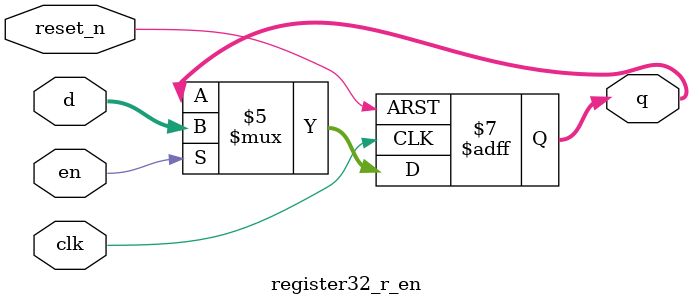
<source format=v>
module register32_r_en(clk,reset_n,en,d,q);//32bit enable resettable register
	input clk,reset_n, en;
	input [31:0] d;
	output reg [31:0]q;
	
	always@(posedge clk or negedge reset_n) begin
		if(reset_n == 0)
			q <= 32'b0;
		else if(en == 1)
			q <= d;
		else
			q <= q; //default
	end
endmodule

</source>
